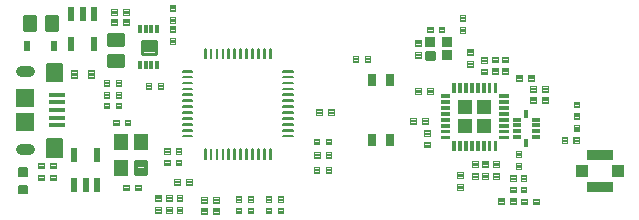
<source format=gtp>
G75*
%MOIN*%
%OFA0B0*%
%FSLAX24Y24*%
%IPPOS*%
%LPD*%
%AMOC8*
5,1,8,0,0,1.08239X$1,22.5*
%
%ADD10C,0.0047*%
%ADD11R,0.0374X0.0335*%
%ADD12C,0.0100*%
%ADD13C,0.0022*%
%ADD14R,0.0512X0.0512*%
%ADD15C,0.0074*%
%ADD16R,0.0470X0.0550*%
%ADD17C,0.0141*%
%ADD18R,0.0217X0.0472*%
%ADD19R,0.0248X0.0327*%
%ADD20C,0.0091*%
%ADD21R,0.0315X0.0118*%
%ADD22R,0.0118X0.0315*%
%ADD23C,0.0063*%
%ADD24R,0.0866X0.0335*%
%ADD25R,0.0413X0.0394*%
%ADD26R,0.0276X0.0394*%
%ADD27C,0.0107*%
%ADD28R,0.0118X0.0295*%
%ADD29R,0.0531X0.0157*%
%ADD30R,0.0610X0.0591*%
%ADD31C,0.0354*%
%ADD32C,0.0055*%
D10*
X009974Y005672D02*
X010164Y005672D01*
X009974Y005672D02*
X009974Y005862D01*
X010164Y005862D01*
X010164Y005672D01*
X010164Y005718D02*
X009974Y005718D01*
X009974Y005764D02*
X010164Y005764D01*
X010164Y005810D02*
X009974Y005810D01*
X009974Y005856D02*
X010164Y005856D01*
X010368Y005672D02*
X010558Y005672D01*
X010368Y005672D02*
X010368Y005862D01*
X010558Y005862D01*
X010558Y005672D01*
X010558Y005718D02*
X010368Y005718D01*
X010368Y005764D02*
X010558Y005764D01*
X010558Y005810D02*
X010368Y005810D01*
X010368Y005856D02*
X010558Y005856D01*
X010555Y006261D02*
X010365Y006261D01*
X010555Y006261D02*
X010555Y006071D01*
X010365Y006071D01*
X010365Y006261D01*
X010365Y006117D02*
X010555Y006117D01*
X010555Y006163D02*
X010365Y006163D01*
X010365Y006209D02*
X010555Y006209D01*
X010555Y006255D02*
X010365Y006255D01*
X010162Y006261D02*
X009972Y006261D01*
X010162Y006261D02*
X010162Y006071D01*
X009972Y006071D01*
X009972Y006261D01*
X009972Y006117D02*
X010162Y006117D01*
X010162Y006163D02*
X009972Y006163D01*
X009972Y006209D02*
X010162Y006209D01*
X010162Y006255D02*
X009972Y006255D01*
X012457Y007506D02*
X012647Y007506D01*
X012457Y007506D02*
X012457Y007696D01*
X012647Y007696D01*
X012647Y007506D01*
X012647Y007552D02*
X012457Y007552D01*
X012457Y007598D02*
X012647Y007598D01*
X012647Y007644D02*
X012457Y007644D01*
X012457Y007690D02*
X012647Y007690D01*
X012850Y007506D02*
X013040Y007506D01*
X012850Y007506D02*
X012850Y007696D01*
X013040Y007696D01*
X013040Y007506D01*
X013040Y007552D02*
X012850Y007552D01*
X012850Y007598D02*
X013040Y007598D01*
X013040Y007644D02*
X012850Y007644D01*
X012850Y007690D02*
X013040Y007690D01*
X012737Y008070D02*
X012547Y008070D01*
X012547Y008260D01*
X012737Y008260D01*
X012737Y008070D01*
X012737Y008116D02*
X012547Y008116D01*
X012547Y008162D02*
X012737Y008162D01*
X012737Y008208D02*
X012547Y008208D01*
X012547Y008254D02*
X012737Y008254D01*
X012737Y008420D02*
X012547Y008420D01*
X012547Y008610D01*
X012737Y008610D01*
X012737Y008420D01*
X012737Y008466D02*
X012547Y008466D01*
X012547Y008512D02*
X012737Y008512D01*
X012737Y008558D02*
X012547Y008558D01*
X012547Y008604D02*
X012737Y008604D01*
X012343Y008420D02*
X012153Y008420D01*
X012153Y008610D01*
X012343Y008610D01*
X012343Y008420D01*
X012343Y008466D02*
X012153Y008466D01*
X012153Y008512D02*
X012343Y008512D01*
X012343Y008558D02*
X012153Y008558D01*
X012153Y008604D02*
X012343Y008604D01*
X012343Y008070D02*
X012153Y008070D01*
X012153Y008260D01*
X012343Y008260D01*
X012343Y008070D01*
X012343Y008116D02*
X012153Y008116D01*
X012153Y008162D02*
X012343Y008162D01*
X012343Y008208D02*
X012153Y008208D01*
X012153Y008254D02*
X012343Y008254D01*
X013553Y008910D02*
X013743Y008910D01*
X013743Y008720D01*
X013553Y008720D01*
X013553Y008910D01*
X013553Y008766D02*
X013743Y008766D01*
X013743Y008812D02*
X013553Y008812D01*
X013553Y008858D02*
X013743Y008858D01*
X013743Y008904D02*
X013553Y008904D01*
X013947Y008910D02*
X014137Y008910D01*
X014137Y008720D01*
X013947Y008720D01*
X013947Y008910D01*
X013947Y008766D02*
X014137Y008766D01*
X014137Y008812D02*
X013947Y008812D01*
X013947Y008858D02*
X014137Y008858D01*
X014137Y008904D02*
X013947Y008904D01*
X012737Y009010D02*
X012547Y009010D01*
X012737Y009010D02*
X012737Y008820D01*
X012547Y008820D01*
X012547Y009010D01*
X012547Y008866D02*
X012737Y008866D01*
X012737Y008912D02*
X012547Y008912D01*
X012547Y008958D02*
X012737Y008958D01*
X012737Y009004D02*
X012547Y009004D01*
X012343Y009010D02*
X012153Y009010D01*
X012343Y009010D02*
X012343Y008820D01*
X012153Y008820D01*
X012153Y009010D01*
X012153Y008866D02*
X012343Y008866D01*
X012343Y008912D02*
X012153Y008912D01*
X012153Y008958D02*
X012343Y008958D01*
X012343Y009004D02*
X012153Y009004D01*
X011831Y009349D02*
X011641Y009349D01*
X011831Y009349D02*
X011831Y009081D01*
X011641Y009081D01*
X011641Y009349D01*
X011641Y009127D02*
X011831Y009127D01*
X011831Y009173D02*
X011641Y009173D01*
X011641Y009219D02*
X011831Y009219D01*
X011831Y009265D02*
X011641Y009265D01*
X011641Y009311D02*
X011831Y009311D01*
X011248Y009349D02*
X011058Y009349D01*
X011248Y009349D02*
X011248Y009081D01*
X011058Y009081D01*
X011058Y009349D01*
X011058Y009127D02*
X011248Y009127D01*
X011248Y009173D02*
X011058Y009173D01*
X011058Y009219D02*
X011248Y009219D01*
X011248Y009265D02*
X011058Y009265D01*
X011058Y009311D02*
X011248Y009311D01*
X014350Y010223D02*
X014350Y010413D01*
X014540Y010413D01*
X014540Y010223D01*
X014350Y010223D01*
X014350Y010269D02*
X014540Y010269D01*
X014540Y010315D02*
X014350Y010315D01*
X014350Y010361D02*
X014540Y010361D01*
X014540Y010407D02*
X014350Y010407D01*
X014350Y010617D02*
X014350Y010807D01*
X014540Y010807D01*
X014540Y010617D01*
X014350Y010617D01*
X014350Y010663D02*
X014540Y010663D01*
X014540Y010709D02*
X014350Y010709D01*
X014350Y010755D02*
X014540Y010755D01*
X014540Y010801D02*
X014350Y010801D01*
X014350Y010923D02*
X014350Y011113D01*
X014540Y011113D01*
X014540Y010923D01*
X014350Y010923D01*
X014350Y010969D02*
X014540Y010969D01*
X014540Y011015D02*
X014350Y011015D01*
X014350Y011061D02*
X014540Y011061D01*
X014540Y011107D02*
X014350Y011107D01*
X014350Y011317D02*
X014350Y011507D01*
X014540Y011507D01*
X014540Y011317D01*
X014350Y011317D01*
X014350Y011363D02*
X014540Y011363D01*
X014540Y011409D02*
X014350Y011409D01*
X014350Y011455D02*
X014540Y011455D01*
X014540Y011501D02*
X014350Y011501D01*
X012977Y011193D02*
X012787Y011193D01*
X012787Y011383D01*
X012977Y011383D01*
X012977Y011193D01*
X012977Y011239D02*
X012787Y011239D01*
X012787Y011285D02*
X012977Y011285D01*
X012977Y011331D02*
X012787Y011331D01*
X012787Y011377D02*
X012977Y011377D01*
X012583Y011193D02*
X012393Y011193D01*
X012393Y011383D01*
X012583Y011383D01*
X012583Y011193D01*
X012583Y011239D02*
X012393Y011239D01*
X012393Y011285D02*
X012583Y011285D01*
X012583Y011331D02*
X012393Y011331D01*
X012393Y011377D02*
X012583Y011377D01*
X012583Y010845D02*
X012393Y010845D01*
X012393Y011035D01*
X012583Y011035D01*
X012583Y010845D01*
X012583Y010891D02*
X012393Y010891D01*
X012393Y010937D02*
X012583Y010937D01*
X012583Y010983D02*
X012393Y010983D01*
X012393Y011029D02*
X012583Y011029D01*
X012787Y010845D02*
X012977Y010845D01*
X012787Y010845D02*
X012787Y011035D01*
X012977Y011035D01*
X012977Y010845D01*
X012977Y010891D02*
X012787Y010891D01*
X012787Y010937D02*
X012977Y010937D01*
X012977Y010983D02*
X012787Y010983D01*
X012787Y011029D02*
X012977Y011029D01*
X019234Y007867D02*
X019424Y007867D01*
X019234Y007867D02*
X019234Y008057D01*
X019424Y008057D01*
X019424Y007867D01*
X019424Y007913D02*
X019234Y007913D01*
X019234Y007959D02*
X019424Y007959D01*
X019424Y008005D02*
X019234Y008005D01*
X019234Y008051D02*
X019424Y008051D01*
X019628Y007867D02*
X019818Y007867D01*
X019628Y007867D02*
X019628Y008057D01*
X019818Y008057D01*
X019818Y007867D01*
X019818Y007913D02*
X019628Y007913D01*
X019628Y007959D02*
X019818Y007959D01*
X019818Y008005D02*
X019628Y008005D01*
X019628Y008051D02*
X019818Y008051D01*
X019737Y007060D02*
X019547Y007060D01*
X019737Y007060D02*
X019737Y006870D01*
X019547Y006870D01*
X019547Y007060D01*
X019547Y006916D02*
X019737Y006916D01*
X019737Y006962D02*
X019547Y006962D01*
X019547Y007008D02*
X019737Y007008D01*
X019737Y007054D02*
X019547Y007054D01*
X019343Y007060D02*
X019153Y007060D01*
X019343Y007060D02*
X019343Y006870D01*
X019153Y006870D01*
X019153Y007060D01*
X019153Y006916D02*
X019343Y006916D01*
X019343Y006962D02*
X019153Y006962D01*
X019153Y007008D02*
X019343Y007008D01*
X019343Y007054D02*
X019153Y007054D01*
X019154Y006609D02*
X019344Y006609D01*
X019344Y006419D01*
X019154Y006419D01*
X019154Y006609D01*
X019154Y006465D02*
X019344Y006465D01*
X019344Y006511D02*
X019154Y006511D01*
X019154Y006557D02*
X019344Y006557D01*
X019344Y006603D02*
X019154Y006603D01*
X019548Y006609D02*
X019738Y006609D01*
X019738Y006419D01*
X019548Y006419D01*
X019548Y006609D01*
X019548Y006465D02*
X019738Y006465D01*
X019738Y006511D02*
X019548Y006511D01*
X019548Y006557D02*
X019738Y006557D01*
X019738Y006603D02*
X019548Y006603D01*
X019547Y006110D02*
X019737Y006110D01*
X019737Y005920D01*
X019547Y005920D01*
X019547Y006110D01*
X019547Y005966D02*
X019737Y005966D01*
X019737Y006012D02*
X019547Y006012D01*
X019547Y006058D02*
X019737Y006058D01*
X019737Y006104D02*
X019547Y006104D01*
X019343Y006110D02*
X019153Y006110D01*
X019343Y006110D02*
X019343Y005920D01*
X019153Y005920D01*
X019153Y006110D01*
X019153Y005966D02*
X019343Y005966D01*
X019343Y006012D02*
X019153Y006012D01*
X019153Y006058D02*
X019343Y006058D01*
X019343Y006104D02*
X019153Y006104D01*
X017950Y005157D02*
X017950Y004967D01*
X017950Y005157D02*
X018140Y005157D01*
X018140Y004967D01*
X017950Y004967D01*
X017950Y005013D02*
X018140Y005013D01*
X018140Y005059D02*
X017950Y005059D01*
X017950Y005105D02*
X018140Y005105D01*
X018140Y005151D02*
X017950Y005151D01*
X017550Y005157D02*
X017550Y004967D01*
X017550Y005157D02*
X017740Y005157D01*
X017740Y004967D01*
X017550Y004967D01*
X017550Y005013D02*
X017740Y005013D01*
X017740Y005059D02*
X017550Y005059D01*
X017550Y005105D02*
X017740Y005105D01*
X017740Y005151D02*
X017550Y005151D01*
X017140Y005157D02*
X017140Y004967D01*
X016950Y004967D01*
X016950Y005157D01*
X017140Y005157D01*
X017140Y005013D02*
X016950Y005013D01*
X016950Y005059D02*
X017140Y005059D01*
X017140Y005105D02*
X016950Y005105D01*
X016950Y005151D02*
X017140Y005151D01*
X016550Y005157D02*
X016550Y004967D01*
X016550Y005157D02*
X016740Y005157D01*
X016740Y004967D01*
X016550Y004967D01*
X016550Y005013D02*
X016740Y005013D01*
X016740Y005059D02*
X016550Y005059D01*
X016550Y005105D02*
X016740Y005105D01*
X016740Y005151D02*
X016550Y005151D01*
X016550Y004763D02*
X016550Y004573D01*
X016550Y004763D02*
X016740Y004763D01*
X016740Y004573D01*
X016550Y004573D01*
X016550Y004619D02*
X016740Y004619D01*
X016740Y004665D02*
X016550Y004665D01*
X016550Y004711D02*
X016740Y004711D01*
X016740Y004757D02*
X016550Y004757D01*
X017140Y004763D02*
X017140Y004573D01*
X016950Y004573D01*
X016950Y004763D01*
X017140Y004763D01*
X017140Y004619D02*
X016950Y004619D01*
X016950Y004665D02*
X017140Y004665D01*
X017140Y004711D02*
X016950Y004711D01*
X016950Y004757D02*
X017140Y004757D01*
X017550Y004763D02*
X017550Y004573D01*
X017550Y004763D02*
X017740Y004763D01*
X017740Y004573D01*
X017550Y004573D01*
X017550Y004619D02*
X017740Y004619D01*
X017740Y004665D02*
X017550Y004665D01*
X017550Y004711D02*
X017740Y004711D01*
X017740Y004757D02*
X017550Y004757D01*
X017950Y004763D02*
X017950Y004573D01*
X017950Y004763D02*
X018140Y004763D01*
X018140Y004573D01*
X017950Y004573D01*
X017950Y004619D02*
X018140Y004619D01*
X018140Y004665D02*
X017950Y004665D01*
X017950Y004711D02*
X018140Y004711D01*
X018140Y004757D02*
X017950Y004757D01*
X015987Y004740D02*
X015797Y004740D01*
X015987Y004740D02*
X015987Y004550D01*
X015797Y004550D01*
X015797Y004740D01*
X015797Y004596D02*
X015987Y004596D01*
X015987Y004642D02*
X015797Y004642D01*
X015797Y004688D02*
X015987Y004688D01*
X015987Y004734D02*
X015797Y004734D01*
X015797Y004920D02*
X015987Y004920D01*
X015797Y004920D02*
X015797Y005110D01*
X015987Y005110D01*
X015987Y004920D01*
X015987Y004966D02*
X015797Y004966D01*
X015797Y005012D02*
X015987Y005012D01*
X015987Y005058D02*
X015797Y005058D01*
X015797Y005104D02*
X015987Y005104D01*
X015593Y004920D02*
X015403Y004920D01*
X015403Y005110D01*
X015593Y005110D01*
X015593Y004920D01*
X015593Y004966D02*
X015403Y004966D01*
X015403Y005012D02*
X015593Y005012D01*
X015593Y005058D02*
X015403Y005058D01*
X015403Y005104D02*
X015593Y005104D01*
X015593Y004740D02*
X015403Y004740D01*
X015593Y004740D02*
X015593Y004550D01*
X015403Y004550D01*
X015403Y004740D01*
X015403Y004596D02*
X015593Y004596D01*
X015593Y004642D02*
X015403Y004642D01*
X015403Y004688D02*
X015593Y004688D01*
X015593Y004734D02*
X015403Y004734D01*
X014771Y004783D02*
X014771Y004593D01*
X014581Y004593D01*
X014581Y004783D01*
X014771Y004783D01*
X014771Y004639D02*
X014581Y004639D01*
X014581Y004685D02*
X014771Y004685D01*
X014771Y004731D02*
X014581Y004731D01*
X014581Y004777D02*
X014771Y004777D01*
X014771Y004987D02*
X014771Y005177D01*
X014771Y004987D02*
X014581Y004987D01*
X014581Y005177D01*
X014771Y005177D01*
X014771Y005033D02*
X014581Y005033D01*
X014581Y005079D02*
X014771Y005079D01*
X014771Y005125D02*
X014581Y005125D01*
X014581Y005171D02*
X014771Y005171D01*
X014225Y005174D02*
X014225Y004984D01*
X014225Y005174D02*
X014415Y005174D01*
X014415Y004984D01*
X014225Y004984D01*
X014225Y005030D02*
X014415Y005030D01*
X014415Y005076D02*
X014225Y005076D01*
X014225Y005122D02*
X014415Y005122D01*
X014415Y005168D02*
X014225Y005168D01*
X013859Y005171D02*
X013859Y004981D01*
X013859Y005171D02*
X014049Y005171D01*
X014049Y004981D01*
X013859Y004981D01*
X013859Y005027D02*
X014049Y005027D01*
X014049Y005073D02*
X013859Y005073D01*
X013859Y005119D02*
X014049Y005119D01*
X014049Y005165D02*
X013859Y005165D01*
X014225Y004780D02*
X014225Y004590D01*
X014225Y004780D02*
X014415Y004780D01*
X014415Y004590D01*
X014225Y004590D01*
X014225Y004636D02*
X014415Y004636D01*
X014415Y004682D02*
X014225Y004682D01*
X014225Y004728D02*
X014415Y004728D01*
X014415Y004774D02*
X014225Y004774D01*
X013859Y004777D02*
X013859Y004587D01*
X013859Y004777D02*
X014049Y004777D01*
X014049Y004587D01*
X013859Y004587D01*
X013859Y004633D02*
X014049Y004633D01*
X014049Y004679D02*
X013859Y004679D01*
X013859Y004725D02*
X014049Y004725D01*
X014049Y004771D02*
X013859Y004771D01*
X013386Y005337D02*
X013196Y005337D01*
X013196Y005527D01*
X013386Y005527D01*
X013386Y005337D01*
X013386Y005383D02*
X013196Y005383D01*
X013196Y005429D02*
X013386Y005429D01*
X013386Y005475D02*
X013196Y005475D01*
X013196Y005521D02*
X013386Y005521D01*
X012992Y005337D02*
X012802Y005337D01*
X012802Y005527D01*
X012992Y005527D01*
X012992Y005337D01*
X012992Y005383D02*
X012802Y005383D01*
X012802Y005429D02*
X012992Y005429D01*
X012992Y005475D02*
X012802Y005475D01*
X012802Y005521D02*
X012992Y005521D01*
X014157Y006173D02*
X014157Y006363D01*
X014347Y006363D01*
X014347Y006173D01*
X014157Y006173D01*
X014157Y006219D02*
X014347Y006219D01*
X014347Y006265D02*
X014157Y006265D01*
X014157Y006311D02*
X014347Y006311D01*
X014347Y006357D02*
X014157Y006357D01*
X014550Y006363D02*
X014550Y006173D01*
X014550Y006363D02*
X014740Y006363D01*
X014740Y006173D01*
X014550Y006173D01*
X014550Y006219D02*
X014740Y006219D01*
X014740Y006265D02*
X014550Y006265D01*
X014550Y006311D02*
X014740Y006311D01*
X014740Y006357D02*
X014550Y006357D01*
X014550Y006567D02*
X014550Y006757D01*
X014740Y006757D01*
X014740Y006567D01*
X014550Y006567D01*
X014550Y006613D02*
X014740Y006613D01*
X014740Y006659D02*
X014550Y006659D01*
X014550Y006705D02*
X014740Y006705D01*
X014740Y006751D02*
X014550Y006751D01*
X014157Y006757D02*
X014157Y006567D01*
X014157Y006757D02*
X014347Y006757D01*
X014347Y006567D01*
X014157Y006567D01*
X014157Y006613D02*
X014347Y006613D01*
X014347Y006659D02*
X014157Y006659D01*
X014157Y006705D02*
X014347Y006705D01*
X014347Y006751D02*
X014157Y006751D01*
X014503Y005520D02*
X014693Y005520D01*
X014503Y005520D02*
X014503Y005710D01*
X014693Y005710D01*
X014693Y005520D01*
X014693Y005566D02*
X014503Y005566D01*
X014503Y005612D02*
X014693Y005612D01*
X014693Y005658D02*
X014503Y005658D01*
X014503Y005704D02*
X014693Y005704D01*
X014897Y005520D02*
X015087Y005520D01*
X014897Y005520D02*
X014897Y005710D01*
X015087Y005710D01*
X015087Y005520D01*
X015087Y005566D02*
X014897Y005566D01*
X014897Y005612D02*
X015087Y005612D01*
X015087Y005658D02*
X014897Y005658D01*
X014897Y005704D02*
X015087Y005704D01*
X022364Y007741D02*
X022554Y007741D01*
X022554Y007551D01*
X022364Y007551D01*
X022364Y007741D01*
X022364Y007597D02*
X022554Y007597D01*
X022554Y007643D02*
X022364Y007643D01*
X022364Y007689D02*
X022554Y007689D01*
X022554Y007735D02*
X022364Y007735D01*
X022757Y007741D02*
X022947Y007741D01*
X022947Y007551D01*
X022757Y007551D01*
X022757Y007741D01*
X022757Y007597D02*
X022947Y007597D01*
X022947Y007643D02*
X022757Y007643D01*
X022757Y007689D02*
X022947Y007689D01*
X022947Y007735D02*
X022757Y007735D01*
X022820Y007357D02*
X022820Y007167D01*
X022820Y007357D02*
X023010Y007357D01*
X023010Y007167D01*
X022820Y007167D01*
X022820Y007213D02*
X023010Y007213D01*
X023010Y007259D02*
X022820Y007259D01*
X022820Y007305D02*
X023010Y007305D01*
X023010Y007351D02*
X022820Y007351D01*
X022820Y006963D02*
X022820Y006773D01*
X022820Y006963D02*
X023010Y006963D01*
X023010Y006773D01*
X022820Y006773D01*
X022820Y006819D02*
X023010Y006819D01*
X023010Y006865D02*
X022820Y006865D01*
X022820Y006911D02*
X023010Y006911D01*
X023010Y006957D02*
X022820Y006957D01*
X024430Y006317D02*
X024430Y006127D01*
X024430Y006317D02*
X024620Y006317D01*
X024620Y006127D01*
X024430Y006127D01*
X024430Y006173D02*
X024620Y006173D01*
X024620Y006219D02*
X024430Y006219D01*
X024430Y006265D02*
X024620Y006265D01*
X024620Y006311D02*
X024430Y006311D01*
X024960Y006307D02*
X024960Y006117D01*
X024770Y006117D01*
X024770Y006307D01*
X024960Y006307D01*
X024960Y006163D02*
X024770Y006163D01*
X024770Y006209D02*
X024960Y006209D01*
X024960Y006255D02*
X024770Y006255D01*
X024770Y006301D02*
X024960Y006301D01*
X025130Y006317D02*
X025130Y006127D01*
X025130Y006317D02*
X025320Y006317D01*
X025320Y006127D01*
X025130Y006127D01*
X025130Y006173D02*
X025320Y006173D01*
X025320Y006219D02*
X025130Y006219D01*
X025130Y006265D02*
X025320Y006265D01*
X025320Y006311D02*
X025130Y006311D01*
X025130Y005923D02*
X025130Y005733D01*
X025130Y005923D02*
X025320Y005923D01*
X025320Y005733D01*
X025130Y005733D01*
X025130Y005779D02*
X025320Y005779D01*
X025320Y005825D02*
X025130Y005825D01*
X025130Y005871D02*
X025320Y005871D01*
X025320Y005917D02*
X025130Y005917D01*
X024960Y005913D02*
X024960Y005723D01*
X024770Y005723D01*
X024770Y005913D01*
X024960Y005913D01*
X024960Y005769D02*
X024770Y005769D01*
X024770Y005815D02*
X024960Y005815D01*
X024960Y005861D02*
X024770Y005861D01*
X024770Y005907D02*
X024960Y005907D01*
X024430Y005923D02*
X024430Y005733D01*
X024430Y005923D02*
X024620Y005923D01*
X024620Y005733D01*
X024430Y005733D01*
X024430Y005779D02*
X024620Y005779D01*
X024620Y005825D02*
X024430Y005825D01*
X024430Y005871D02*
X024620Y005871D01*
X024620Y005917D02*
X024430Y005917D01*
X023920Y005947D02*
X023920Y005757D01*
X023920Y005947D02*
X024110Y005947D01*
X024110Y005757D01*
X023920Y005757D01*
X023920Y005803D02*
X024110Y005803D01*
X024110Y005849D02*
X023920Y005849D01*
X023920Y005895D02*
X024110Y005895D01*
X024110Y005941D02*
X023920Y005941D01*
X023920Y005553D02*
X023920Y005363D01*
X023920Y005553D02*
X024110Y005553D01*
X024110Y005363D01*
X023920Y005363D01*
X023920Y005409D02*
X024110Y005409D01*
X024110Y005455D02*
X023920Y005455D01*
X023920Y005501D02*
X024110Y005501D01*
X024110Y005547D02*
X023920Y005547D01*
X025293Y005070D02*
X025483Y005070D01*
X025483Y004880D01*
X025293Y004880D01*
X025293Y005070D01*
X025293Y004926D02*
X025483Y004926D01*
X025483Y004972D02*
X025293Y004972D01*
X025293Y005018D02*
X025483Y005018D01*
X025483Y005064D02*
X025293Y005064D01*
X025687Y005070D02*
X025877Y005070D01*
X025877Y004880D01*
X025687Y004880D01*
X025687Y005070D01*
X025687Y004926D02*
X025877Y004926D01*
X025877Y004972D02*
X025687Y004972D01*
X025687Y005018D02*
X025877Y005018D01*
X025877Y005064D02*
X025687Y005064D01*
X025880Y005273D02*
X025880Y005463D01*
X025880Y005273D02*
X025690Y005273D01*
X025690Y005463D01*
X025880Y005463D01*
X025880Y005319D02*
X025690Y005319D01*
X025690Y005365D02*
X025880Y005365D01*
X025880Y005411D02*
X025690Y005411D01*
X025690Y005457D02*
X025880Y005457D01*
X026050Y005463D02*
X026050Y005273D01*
X026050Y005463D02*
X026240Y005463D01*
X026240Y005273D01*
X026050Y005273D01*
X026050Y005319D02*
X026240Y005319D01*
X026240Y005365D02*
X026050Y005365D01*
X026050Y005411D02*
X026240Y005411D01*
X026240Y005457D02*
X026050Y005457D01*
X026050Y005667D02*
X026050Y005857D01*
X026240Y005857D01*
X026240Y005667D01*
X026050Y005667D01*
X026050Y005713D02*
X026240Y005713D01*
X026240Y005759D02*
X026050Y005759D01*
X026050Y005805D02*
X026240Y005805D01*
X026240Y005851D02*
X026050Y005851D01*
X025880Y005857D02*
X025880Y005667D01*
X025690Y005667D01*
X025690Y005857D01*
X025880Y005857D01*
X025880Y005713D02*
X025690Y005713D01*
X025690Y005759D02*
X025880Y005759D01*
X025880Y005805D02*
X025690Y005805D01*
X025690Y005851D02*
X025880Y005851D01*
X025880Y006063D02*
X025880Y006253D01*
X026070Y006253D01*
X026070Y006063D01*
X025880Y006063D01*
X025880Y006109D02*
X026070Y006109D01*
X026070Y006155D02*
X025880Y006155D01*
X025880Y006201D02*
X026070Y006201D01*
X026070Y006247D02*
X025880Y006247D01*
X025880Y006457D02*
X025880Y006647D01*
X026070Y006647D01*
X026070Y006457D01*
X025880Y006457D01*
X025880Y006503D02*
X026070Y006503D01*
X026070Y006549D02*
X025880Y006549D01*
X025880Y006595D02*
X026070Y006595D01*
X026070Y006641D02*
X025880Y006641D01*
X027415Y006930D02*
X027605Y006930D01*
X027415Y006930D02*
X027415Y007120D01*
X027605Y007120D01*
X027605Y006930D01*
X027605Y006976D02*
X027415Y006976D01*
X027415Y007022D02*
X027605Y007022D01*
X027605Y007068D02*
X027415Y007068D01*
X027415Y007114D02*
X027605Y007114D01*
X027809Y006930D02*
X027999Y006930D01*
X027809Y006930D02*
X027809Y007120D01*
X027999Y007120D01*
X027999Y006930D01*
X027999Y006976D02*
X027809Y006976D01*
X027809Y007022D02*
X027999Y007022D01*
X027999Y007068D02*
X027809Y007068D01*
X027809Y007114D02*
X027999Y007114D01*
X027810Y007120D02*
X027810Y006930D01*
X027810Y007120D02*
X028000Y007120D01*
X028000Y006930D01*
X027810Y006930D01*
X027810Y006976D02*
X028000Y006976D01*
X028000Y007022D02*
X027810Y007022D01*
X027810Y007068D02*
X028000Y007068D01*
X028000Y007114D02*
X027810Y007114D01*
X028000Y007318D02*
X028000Y007508D01*
X028000Y007318D02*
X027810Y007318D01*
X027810Y007508D01*
X028000Y007508D01*
X028000Y007364D02*
X027810Y007364D01*
X027810Y007410D02*
X028000Y007410D01*
X028000Y007456D02*
X027810Y007456D01*
X027810Y007502D02*
X028000Y007502D01*
X027810Y007514D02*
X027810Y007324D01*
X027810Y007514D02*
X028000Y007514D01*
X028000Y007324D01*
X027810Y007324D01*
X027810Y007370D02*
X028000Y007370D01*
X028000Y007416D02*
X027810Y007416D01*
X027810Y007462D02*
X028000Y007462D01*
X028000Y007508D02*
X027810Y007508D01*
X028000Y007711D02*
X028000Y007901D01*
X028000Y007711D02*
X027810Y007711D01*
X027810Y007901D01*
X028000Y007901D01*
X028000Y007757D02*
X027810Y007757D01*
X027810Y007803D02*
X028000Y007803D01*
X028000Y007849D02*
X027810Y007849D01*
X027810Y007895D02*
X028000Y007895D01*
X027811Y007907D02*
X027811Y007717D01*
X027811Y007907D02*
X028001Y007907D01*
X028001Y007717D01*
X027811Y007717D01*
X027811Y007763D02*
X028001Y007763D01*
X028001Y007809D02*
X027811Y007809D01*
X027811Y007855D02*
X028001Y007855D01*
X028001Y007901D02*
X027811Y007901D01*
X027811Y008111D02*
X027811Y008301D01*
X028001Y008301D01*
X028001Y008111D01*
X027811Y008111D01*
X027811Y008157D02*
X028001Y008157D01*
X028001Y008203D02*
X027811Y008203D01*
X027811Y008249D02*
X028001Y008249D01*
X028001Y008295D02*
X027811Y008295D01*
X026957Y008250D02*
X026767Y008250D01*
X026767Y008440D01*
X026957Y008440D01*
X026957Y008250D01*
X026957Y008296D02*
X026767Y008296D01*
X026767Y008342D02*
X026957Y008342D01*
X026957Y008388D02*
X026767Y008388D01*
X026767Y008434D02*
X026957Y008434D01*
X026957Y008620D02*
X026767Y008620D01*
X026767Y008810D01*
X026957Y008810D01*
X026957Y008620D01*
X026957Y008666D02*
X026767Y008666D01*
X026767Y008712D02*
X026957Y008712D01*
X026957Y008758D02*
X026767Y008758D01*
X026767Y008804D02*
X026957Y008804D01*
X026563Y008620D02*
X026373Y008620D01*
X026373Y008810D01*
X026563Y008810D01*
X026563Y008620D01*
X026563Y008666D02*
X026373Y008666D01*
X026373Y008712D02*
X026563Y008712D01*
X026563Y008758D02*
X026373Y008758D01*
X026373Y008804D02*
X026563Y008804D01*
X026477Y008980D02*
X026287Y008980D01*
X026287Y009170D01*
X026477Y009170D01*
X026477Y008980D01*
X026477Y009026D02*
X026287Y009026D01*
X026287Y009072D02*
X026477Y009072D01*
X026477Y009118D02*
X026287Y009118D01*
X026287Y009164D02*
X026477Y009164D01*
X026083Y008980D02*
X025893Y008980D01*
X025893Y009170D01*
X026083Y009170D01*
X026083Y008980D01*
X026083Y009026D02*
X025893Y009026D01*
X025893Y009072D02*
X026083Y009072D01*
X026083Y009118D02*
X025893Y009118D01*
X025893Y009164D02*
X026083Y009164D01*
X025630Y009213D02*
X025630Y009403D01*
X025630Y009213D02*
X025440Y009213D01*
X025440Y009403D01*
X025630Y009403D01*
X025630Y009259D02*
X025440Y009259D01*
X025440Y009305D02*
X025630Y009305D01*
X025630Y009351D02*
X025440Y009351D01*
X025440Y009397D02*
X025630Y009397D01*
X025630Y009607D02*
X025630Y009797D01*
X025630Y009607D02*
X025440Y009607D01*
X025440Y009797D01*
X025630Y009797D01*
X025630Y009653D02*
X025440Y009653D01*
X025440Y009699D02*
X025630Y009699D01*
X025630Y009745D02*
X025440Y009745D01*
X025440Y009791D02*
X025630Y009791D01*
X025290Y009797D02*
X025290Y009607D01*
X025100Y009607D01*
X025100Y009797D01*
X025290Y009797D01*
X025290Y009653D02*
X025100Y009653D01*
X025100Y009699D02*
X025290Y009699D01*
X025290Y009745D02*
X025100Y009745D01*
X025100Y009791D02*
X025290Y009791D01*
X024930Y009787D02*
X024930Y009597D01*
X024740Y009597D01*
X024740Y009787D01*
X024930Y009787D01*
X024930Y009643D02*
X024740Y009643D01*
X024740Y009689D02*
X024930Y009689D01*
X024930Y009735D02*
X024740Y009735D01*
X024740Y009781D02*
X024930Y009781D01*
X024450Y009847D02*
X024450Y010037D01*
X024450Y009847D02*
X024260Y009847D01*
X024260Y010037D01*
X024450Y010037D01*
X024450Y009893D02*
X024260Y009893D01*
X024260Y009939D02*
X024450Y009939D01*
X024450Y009985D02*
X024260Y009985D01*
X024260Y010031D02*
X024450Y010031D01*
X024450Y009643D02*
X024450Y009453D01*
X024260Y009453D01*
X024260Y009643D01*
X024450Y009643D01*
X024450Y009499D02*
X024260Y009499D01*
X024260Y009545D02*
X024450Y009545D01*
X024450Y009591D02*
X024260Y009591D01*
X024260Y009637D02*
X024450Y009637D01*
X024930Y009393D02*
X024930Y009203D01*
X024740Y009203D01*
X024740Y009393D01*
X024930Y009393D01*
X024930Y009249D02*
X024740Y009249D01*
X024740Y009295D02*
X024930Y009295D01*
X024930Y009341D02*
X024740Y009341D01*
X024740Y009387D02*
X024930Y009387D01*
X025290Y009403D02*
X025290Y009213D01*
X025100Y009213D01*
X025100Y009403D01*
X025290Y009403D01*
X025290Y009259D02*
X025100Y009259D01*
X025100Y009305D02*
X025290Y009305D01*
X025290Y009351D02*
X025100Y009351D01*
X025100Y009397D02*
X025290Y009397D01*
X023127Y008750D02*
X022937Y008750D01*
X023127Y008750D02*
X023127Y008560D01*
X022937Y008560D01*
X022937Y008750D01*
X022937Y008606D02*
X023127Y008606D01*
X023127Y008652D02*
X022937Y008652D01*
X022937Y008698D02*
X023127Y008698D01*
X023127Y008744D02*
X022937Y008744D01*
X022733Y008750D02*
X022543Y008750D01*
X022733Y008750D02*
X022733Y008560D01*
X022543Y008560D01*
X022543Y008750D01*
X022543Y008606D02*
X022733Y008606D01*
X022733Y008652D02*
X022543Y008652D01*
X022543Y008698D02*
X022733Y008698D01*
X022733Y008744D02*
X022543Y008744D01*
X022720Y009753D02*
X022720Y009943D01*
X022720Y009753D02*
X022530Y009753D01*
X022530Y009943D01*
X022720Y009943D01*
X022720Y009799D02*
X022530Y009799D01*
X022530Y009845D02*
X022720Y009845D01*
X022720Y009891D02*
X022530Y009891D01*
X022530Y009937D02*
X022720Y009937D01*
X022720Y010147D02*
X022720Y010337D01*
X022720Y010147D02*
X022530Y010147D01*
X022530Y010337D01*
X022720Y010337D01*
X022720Y010193D02*
X022530Y010193D01*
X022530Y010239D02*
X022720Y010239D01*
X022720Y010285D02*
X022530Y010285D01*
X022530Y010331D02*
X022720Y010331D01*
X022923Y010800D02*
X023113Y010800D01*
X023113Y010610D01*
X022923Y010610D01*
X022923Y010800D01*
X022923Y010656D02*
X023113Y010656D01*
X023113Y010702D02*
X022923Y010702D01*
X022923Y010748D02*
X023113Y010748D01*
X023113Y010794D02*
X022923Y010794D01*
X023317Y010800D02*
X023507Y010800D01*
X023507Y010610D01*
X023317Y010610D01*
X023317Y010800D01*
X023317Y010656D02*
X023507Y010656D01*
X023507Y010702D02*
X023317Y010702D01*
X023317Y010748D02*
X023507Y010748D01*
X023507Y010794D02*
X023317Y010794D01*
X024200Y010783D02*
X024200Y010593D01*
X024010Y010593D01*
X024010Y010783D01*
X024200Y010783D01*
X024200Y010639D02*
X024010Y010639D01*
X024010Y010685D02*
X024200Y010685D01*
X024200Y010731D02*
X024010Y010731D01*
X024010Y010777D02*
X024200Y010777D01*
X024200Y010987D02*
X024200Y011177D01*
X024200Y010987D02*
X024010Y010987D01*
X024010Y011177D01*
X024200Y011177D01*
X024200Y011033D02*
X024010Y011033D01*
X024010Y011079D02*
X024200Y011079D01*
X024200Y011125D02*
X024010Y011125D01*
X024010Y011171D02*
X024200Y011171D01*
X021037Y009810D02*
X020847Y009810D01*
X021037Y009810D02*
X021037Y009620D01*
X020847Y009620D01*
X020847Y009810D01*
X020847Y009666D02*
X021037Y009666D01*
X021037Y009712D02*
X020847Y009712D01*
X020847Y009758D02*
X021037Y009758D01*
X021037Y009804D02*
X020847Y009804D01*
X020643Y009810D02*
X020453Y009810D01*
X020643Y009810D02*
X020643Y009620D01*
X020453Y009620D01*
X020453Y009810D01*
X020453Y009666D02*
X020643Y009666D01*
X020643Y009712D02*
X020453Y009712D01*
X020453Y009758D02*
X020643Y009758D01*
X020643Y009804D02*
X020453Y009804D01*
X026373Y008250D02*
X026563Y008250D01*
X026373Y008250D02*
X026373Y008440D01*
X026563Y008440D01*
X026563Y008250D01*
X026563Y008296D02*
X026373Y008296D01*
X026373Y008342D02*
X026563Y008342D01*
X026563Y008388D02*
X026373Y008388D01*
X026373Y008434D02*
X026563Y008434D01*
X026647Y004870D02*
X026457Y004870D01*
X026457Y005060D01*
X026647Y005060D01*
X026647Y004870D01*
X026647Y004916D02*
X026457Y004916D01*
X026457Y004962D02*
X026647Y004962D01*
X026647Y005008D02*
X026457Y005008D01*
X026457Y005054D02*
X026647Y005054D01*
X026253Y004870D02*
X026063Y004870D01*
X026063Y005060D01*
X026253Y005060D01*
X026253Y004870D01*
X026253Y004916D02*
X026063Y004916D01*
X026063Y004962D02*
X026253Y004962D01*
X026253Y005008D02*
X026063Y005008D01*
X026063Y005054D02*
X026253Y005054D01*
D11*
X023600Y009839D03*
X023600Y010291D03*
X023029Y010291D03*
D12*
X023166Y009722D02*
X022892Y009722D01*
X022892Y009956D01*
X023166Y009956D01*
X023166Y009722D01*
X023166Y009821D02*
X022892Y009821D01*
X022892Y009920D02*
X023166Y009920D01*
D13*
X023771Y008925D02*
X023771Y008633D01*
X023771Y008925D02*
X023861Y008925D01*
X023861Y008633D01*
X023771Y008633D01*
X023771Y008654D02*
X023861Y008654D01*
X023861Y008675D02*
X023771Y008675D01*
X023771Y008696D02*
X023861Y008696D01*
X023861Y008717D02*
X023771Y008717D01*
X023771Y008738D02*
X023861Y008738D01*
X023861Y008759D02*
X023771Y008759D01*
X023771Y008780D02*
X023861Y008780D01*
X023861Y008801D02*
X023771Y008801D01*
X023771Y008822D02*
X023861Y008822D01*
X023861Y008843D02*
X023771Y008843D01*
X023771Y008864D02*
X023861Y008864D01*
X023861Y008885D02*
X023771Y008885D01*
X023771Y008906D02*
X023861Y008906D01*
X023968Y008925D02*
X023968Y008633D01*
X023968Y008925D02*
X024058Y008925D01*
X024058Y008633D01*
X023968Y008633D01*
X023968Y008654D02*
X024058Y008654D01*
X024058Y008675D02*
X023968Y008675D01*
X023968Y008696D02*
X024058Y008696D01*
X024058Y008717D02*
X023968Y008717D01*
X023968Y008738D02*
X024058Y008738D01*
X024058Y008759D02*
X023968Y008759D01*
X023968Y008780D02*
X024058Y008780D01*
X024058Y008801D02*
X023968Y008801D01*
X023968Y008822D02*
X024058Y008822D01*
X024058Y008843D02*
X023968Y008843D01*
X023968Y008864D02*
X024058Y008864D01*
X024058Y008885D02*
X023968Y008885D01*
X023968Y008906D02*
X024058Y008906D01*
X024165Y008925D02*
X024165Y008633D01*
X024165Y008925D02*
X024255Y008925D01*
X024255Y008633D01*
X024165Y008633D01*
X024165Y008654D02*
X024255Y008654D01*
X024255Y008675D02*
X024165Y008675D01*
X024165Y008696D02*
X024255Y008696D01*
X024255Y008717D02*
X024165Y008717D01*
X024165Y008738D02*
X024255Y008738D01*
X024255Y008759D02*
X024165Y008759D01*
X024165Y008780D02*
X024255Y008780D01*
X024255Y008801D02*
X024165Y008801D01*
X024165Y008822D02*
X024255Y008822D01*
X024255Y008843D02*
X024165Y008843D01*
X024165Y008864D02*
X024255Y008864D01*
X024255Y008885D02*
X024165Y008885D01*
X024165Y008906D02*
X024255Y008906D01*
X024361Y008925D02*
X024361Y008633D01*
X024361Y008925D02*
X024451Y008925D01*
X024451Y008633D01*
X024361Y008633D01*
X024361Y008654D02*
X024451Y008654D01*
X024451Y008675D02*
X024361Y008675D01*
X024361Y008696D02*
X024451Y008696D01*
X024451Y008717D02*
X024361Y008717D01*
X024361Y008738D02*
X024451Y008738D01*
X024451Y008759D02*
X024361Y008759D01*
X024361Y008780D02*
X024451Y008780D01*
X024451Y008801D02*
X024361Y008801D01*
X024361Y008822D02*
X024451Y008822D01*
X024451Y008843D02*
X024361Y008843D01*
X024361Y008864D02*
X024451Y008864D01*
X024451Y008885D02*
X024361Y008885D01*
X024361Y008906D02*
X024451Y008906D01*
X024558Y008925D02*
X024558Y008633D01*
X024558Y008925D02*
X024648Y008925D01*
X024648Y008633D01*
X024558Y008633D01*
X024558Y008654D02*
X024648Y008654D01*
X024648Y008675D02*
X024558Y008675D01*
X024558Y008696D02*
X024648Y008696D01*
X024648Y008717D02*
X024558Y008717D01*
X024558Y008738D02*
X024648Y008738D01*
X024648Y008759D02*
X024558Y008759D01*
X024558Y008780D02*
X024648Y008780D01*
X024648Y008801D02*
X024558Y008801D01*
X024558Y008822D02*
X024648Y008822D01*
X024648Y008843D02*
X024558Y008843D01*
X024558Y008864D02*
X024648Y008864D01*
X024648Y008885D02*
X024558Y008885D01*
X024558Y008906D02*
X024648Y008906D01*
X024755Y008925D02*
X024755Y008633D01*
X024755Y008925D02*
X024845Y008925D01*
X024845Y008633D01*
X024755Y008633D01*
X024755Y008654D02*
X024845Y008654D01*
X024845Y008675D02*
X024755Y008675D01*
X024755Y008696D02*
X024845Y008696D01*
X024845Y008717D02*
X024755Y008717D01*
X024755Y008738D02*
X024845Y008738D01*
X024845Y008759D02*
X024755Y008759D01*
X024755Y008780D02*
X024845Y008780D01*
X024845Y008801D02*
X024755Y008801D01*
X024755Y008822D02*
X024845Y008822D01*
X024845Y008843D02*
X024755Y008843D01*
X024755Y008864D02*
X024845Y008864D01*
X024845Y008885D02*
X024755Y008885D01*
X024755Y008906D02*
X024845Y008906D01*
X024952Y008925D02*
X024952Y008633D01*
X024952Y008925D02*
X025042Y008925D01*
X025042Y008633D01*
X024952Y008633D01*
X024952Y008654D02*
X025042Y008654D01*
X025042Y008675D02*
X024952Y008675D01*
X024952Y008696D02*
X025042Y008696D01*
X025042Y008717D02*
X024952Y008717D01*
X024952Y008738D02*
X025042Y008738D01*
X025042Y008759D02*
X024952Y008759D01*
X024952Y008780D02*
X025042Y008780D01*
X025042Y008801D02*
X024952Y008801D01*
X024952Y008822D02*
X025042Y008822D01*
X025042Y008843D02*
X024952Y008843D01*
X024952Y008864D02*
X025042Y008864D01*
X025042Y008885D02*
X024952Y008885D01*
X024952Y008906D02*
X025042Y008906D01*
X025149Y008925D02*
X025149Y008633D01*
X025149Y008925D02*
X025239Y008925D01*
X025239Y008633D01*
X025149Y008633D01*
X025149Y008654D02*
X025239Y008654D01*
X025239Y008675D02*
X025149Y008675D01*
X025149Y008696D02*
X025239Y008696D01*
X025239Y008717D02*
X025149Y008717D01*
X025149Y008738D02*
X025239Y008738D01*
X025239Y008759D02*
X025149Y008759D01*
X025149Y008780D02*
X025239Y008780D01*
X025239Y008801D02*
X025149Y008801D01*
X025149Y008822D02*
X025239Y008822D01*
X025239Y008843D02*
X025149Y008843D01*
X025149Y008864D02*
X025239Y008864D01*
X025239Y008885D02*
X025149Y008885D01*
X025149Y008906D02*
X025239Y008906D01*
X025333Y008539D02*
X025625Y008539D01*
X025625Y008449D01*
X025333Y008449D01*
X025333Y008539D01*
X025333Y008470D02*
X025625Y008470D01*
X025625Y008491D02*
X025333Y008491D01*
X025333Y008512D02*
X025625Y008512D01*
X025625Y008533D02*
X025333Y008533D01*
X025333Y008342D02*
X025625Y008342D01*
X025625Y008252D01*
X025333Y008252D01*
X025333Y008342D01*
X025333Y008273D02*
X025625Y008273D01*
X025625Y008294D02*
X025333Y008294D01*
X025333Y008315D02*
X025625Y008315D01*
X025625Y008336D02*
X025333Y008336D01*
X025333Y008145D02*
X025625Y008145D01*
X025625Y008055D01*
X025333Y008055D01*
X025333Y008145D01*
X025333Y008076D02*
X025625Y008076D01*
X025625Y008097D02*
X025333Y008097D01*
X025333Y008118D02*
X025625Y008118D01*
X025625Y008139D02*
X025333Y008139D01*
X025333Y007948D02*
X025625Y007948D01*
X025625Y007858D01*
X025333Y007858D01*
X025333Y007948D01*
X025333Y007879D02*
X025625Y007879D01*
X025625Y007900D02*
X025333Y007900D01*
X025333Y007921D02*
X025625Y007921D01*
X025625Y007942D02*
X025333Y007942D01*
X025333Y007752D02*
X025625Y007752D01*
X025625Y007662D01*
X025333Y007662D01*
X025333Y007752D01*
X025333Y007683D02*
X025625Y007683D01*
X025625Y007704D02*
X025333Y007704D01*
X025333Y007725D02*
X025625Y007725D01*
X025625Y007746D02*
X025333Y007746D01*
X025333Y007555D02*
X025625Y007555D01*
X025625Y007465D01*
X025333Y007465D01*
X025333Y007555D01*
X025333Y007486D02*
X025625Y007486D01*
X025625Y007507D02*
X025333Y007507D01*
X025333Y007528D02*
X025625Y007528D01*
X025625Y007549D02*
X025333Y007549D01*
X025333Y007358D02*
X025625Y007358D01*
X025625Y007268D01*
X025333Y007268D01*
X025333Y007358D01*
X025333Y007289D02*
X025625Y007289D01*
X025625Y007310D02*
X025333Y007310D01*
X025333Y007331D02*
X025625Y007331D01*
X025625Y007352D02*
X025333Y007352D01*
X025333Y007161D02*
X025625Y007161D01*
X025625Y007071D01*
X025333Y007071D01*
X025333Y007161D01*
X025333Y007092D02*
X025625Y007092D01*
X025625Y007113D02*
X025333Y007113D01*
X025333Y007134D02*
X025625Y007134D01*
X025625Y007155D02*
X025333Y007155D01*
X025239Y006977D02*
X025239Y006685D01*
X025149Y006685D01*
X025149Y006977D01*
X025239Y006977D01*
X025239Y006706D02*
X025149Y006706D01*
X025149Y006727D02*
X025239Y006727D01*
X025239Y006748D02*
X025149Y006748D01*
X025149Y006769D02*
X025239Y006769D01*
X025239Y006790D02*
X025149Y006790D01*
X025149Y006811D02*
X025239Y006811D01*
X025239Y006832D02*
X025149Y006832D01*
X025149Y006853D02*
X025239Y006853D01*
X025239Y006874D02*
X025149Y006874D01*
X025149Y006895D02*
X025239Y006895D01*
X025239Y006916D02*
X025149Y006916D01*
X025149Y006937D02*
X025239Y006937D01*
X025239Y006958D02*
X025149Y006958D01*
X025042Y006977D02*
X025042Y006685D01*
X024952Y006685D01*
X024952Y006977D01*
X025042Y006977D01*
X025042Y006706D02*
X024952Y006706D01*
X024952Y006727D02*
X025042Y006727D01*
X025042Y006748D02*
X024952Y006748D01*
X024952Y006769D02*
X025042Y006769D01*
X025042Y006790D02*
X024952Y006790D01*
X024952Y006811D02*
X025042Y006811D01*
X025042Y006832D02*
X024952Y006832D01*
X024952Y006853D02*
X025042Y006853D01*
X025042Y006874D02*
X024952Y006874D01*
X024952Y006895D02*
X025042Y006895D01*
X025042Y006916D02*
X024952Y006916D01*
X024952Y006937D02*
X025042Y006937D01*
X025042Y006958D02*
X024952Y006958D01*
X024845Y006977D02*
X024845Y006685D01*
X024755Y006685D01*
X024755Y006977D01*
X024845Y006977D01*
X024845Y006706D02*
X024755Y006706D01*
X024755Y006727D02*
X024845Y006727D01*
X024845Y006748D02*
X024755Y006748D01*
X024755Y006769D02*
X024845Y006769D01*
X024845Y006790D02*
X024755Y006790D01*
X024755Y006811D02*
X024845Y006811D01*
X024845Y006832D02*
X024755Y006832D01*
X024755Y006853D02*
X024845Y006853D01*
X024845Y006874D02*
X024755Y006874D01*
X024755Y006895D02*
X024845Y006895D01*
X024845Y006916D02*
X024755Y006916D01*
X024755Y006937D02*
X024845Y006937D01*
X024845Y006958D02*
X024755Y006958D01*
X024648Y006977D02*
X024648Y006685D01*
X024558Y006685D01*
X024558Y006977D01*
X024648Y006977D01*
X024648Y006706D02*
X024558Y006706D01*
X024558Y006727D02*
X024648Y006727D01*
X024648Y006748D02*
X024558Y006748D01*
X024558Y006769D02*
X024648Y006769D01*
X024648Y006790D02*
X024558Y006790D01*
X024558Y006811D02*
X024648Y006811D01*
X024648Y006832D02*
X024558Y006832D01*
X024558Y006853D02*
X024648Y006853D01*
X024648Y006874D02*
X024558Y006874D01*
X024558Y006895D02*
X024648Y006895D01*
X024648Y006916D02*
X024558Y006916D01*
X024558Y006937D02*
X024648Y006937D01*
X024648Y006958D02*
X024558Y006958D01*
X024451Y006977D02*
X024451Y006685D01*
X024361Y006685D01*
X024361Y006977D01*
X024451Y006977D01*
X024451Y006706D02*
X024361Y006706D01*
X024361Y006727D02*
X024451Y006727D01*
X024451Y006748D02*
X024361Y006748D01*
X024361Y006769D02*
X024451Y006769D01*
X024451Y006790D02*
X024361Y006790D01*
X024361Y006811D02*
X024451Y006811D01*
X024451Y006832D02*
X024361Y006832D01*
X024361Y006853D02*
X024451Y006853D01*
X024451Y006874D02*
X024361Y006874D01*
X024361Y006895D02*
X024451Y006895D01*
X024451Y006916D02*
X024361Y006916D01*
X024361Y006937D02*
X024451Y006937D01*
X024451Y006958D02*
X024361Y006958D01*
X024255Y006977D02*
X024255Y006685D01*
X024165Y006685D01*
X024165Y006977D01*
X024255Y006977D01*
X024255Y006706D02*
X024165Y006706D01*
X024165Y006727D02*
X024255Y006727D01*
X024255Y006748D02*
X024165Y006748D01*
X024165Y006769D02*
X024255Y006769D01*
X024255Y006790D02*
X024165Y006790D01*
X024165Y006811D02*
X024255Y006811D01*
X024255Y006832D02*
X024165Y006832D01*
X024165Y006853D02*
X024255Y006853D01*
X024255Y006874D02*
X024165Y006874D01*
X024165Y006895D02*
X024255Y006895D01*
X024255Y006916D02*
X024165Y006916D01*
X024165Y006937D02*
X024255Y006937D01*
X024255Y006958D02*
X024165Y006958D01*
X024058Y006977D02*
X024058Y006685D01*
X023968Y006685D01*
X023968Y006977D01*
X024058Y006977D01*
X024058Y006706D02*
X023968Y006706D01*
X023968Y006727D02*
X024058Y006727D01*
X024058Y006748D02*
X023968Y006748D01*
X023968Y006769D02*
X024058Y006769D01*
X024058Y006790D02*
X023968Y006790D01*
X023968Y006811D02*
X024058Y006811D01*
X024058Y006832D02*
X023968Y006832D01*
X023968Y006853D02*
X024058Y006853D01*
X024058Y006874D02*
X023968Y006874D01*
X023968Y006895D02*
X024058Y006895D01*
X024058Y006916D02*
X023968Y006916D01*
X023968Y006937D02*
X024058Y006937D01*
X024058Y006958D02*
X023968Y006958D01*
X023861Y006977D02*
X023861Y006685D01*
X023771Y006685D01*
X023771Y006977D01*
X023861Y006977D01*
X023861Y006706D02*
X023771Y006706D01*
X023771Y006727D02*
X023861Y006727D01*
X023861Y006748D02*
X023771Y006748D01*
X023771Y006769D02*
X023861Y006769D01*
X023861Y006790D02*
X023771Y006790D01*
X023771Y006811D02*
X023861Y006811D01*
X023861Y006832D02*
X023771Y006832D01*
X023771Y006853D02*
X023861Y006853D01*
X023861Y006874D02*
X023771Y006874D01*
X023771Y006895D02*
X023861Y006895D01*
X023861Y006916D02*
X023771Y006916D01*
X023771Y006937D02*
X023861Y006937D01*
X023861Y006958D02*
X023771Y006958D01*
X023676Y007071D02*
X023384Y007071D01*
X023384Y007161D01*
X023676Y007161D01*
X023676Y007071D01*
X023676Y007092D02*
X023384Y007092D01*
X023384Y007113D02*
X023676Y007113D01*
X023676Y007134D02*
X023384Y007134D01*
X023384Y007155D02*
X023676Y007155D01*
X023676Y007268D02*
X023384Y007268D01*
X023384Y007358D01*
X023676Y007358D01*
X023676Y007268D01*
X023676Y007289D02*
X023384Y007289D01*
X023384Y007310D02*
X023676Y007310D01*
X023676Y007331D02*
X023384Y007331D01*
X023384Y007352D02*
X023676Y007352D01*
X023676Y007465D02*
X023384Y007465D01*
X023384Y007555D01*
X023676Y007555D01*
X023676Y007465D01*
X023676Y007486D02*
X023384Y007486D01*
X023384Y007507D02*
X023676Y007507D01*
X023676Y007528D02*
X023384Y007528D01*
X023384Y007549D02*
X023676Y007549D01*
X023676Y007662D02*
X023384Y007662D01*
X023384Y007752D01*
X023676Y007752D01*
X023676Y007662D01*
X023676Y007683D02*
X023384Y007683D01*
X023384Y007704D02*
X023676Y007704D01*
X023676Y007725D02*
X023384Y007725D01*
X023384Y007746D02*
X023676Y007746D01*
X023676Y007858D02*
X023384Y007858D01*
X023384Y007948D01*
X023676Y007948D01*
X023676Y007858D01*
X023676Y007879D02*
X023384Y007879D01*
X023384Y007900D02*
X023676Y007900D01*
X023676Y007921D02*
X023384Y007921D01*
X023384Y007942D02*
X023676Y007942D01*
X023676Y008055D02*
X023384Y008055D01*
X023384Y008145D01*
X023676Y008145D01*
X023676Y008055D01*
X023676Y008076D02*
X023384Y008076D01*
X023384Y008097D02*
X023676Y008097D01*
X023676Y008118D02*
X023384Y008118D01*
X023384Y008139D02*
X023676Y008139D01*
X023676Y008252D02*
X023384Y008252D01*
X023384Y008342D01*
X023676Y008342D01*
X023676Y008252D01*
X023676Y008273D02*
X023384Y008273D01*
X023384Y008294D02*
X023676Y008294D01*
X023676Y008315D02*
X023384Y008315D01*
X023384Y008336D02*
X023676Y008336D01*
X023676Y008449D02*
X023384Y008449D01*
X023384Y008539D01*
X023676Y008539D01*
X023676Y008449D01*
X023676Y008470D02*
X023384Y008470D01*
X023384Y008491D02*
X023676Y008491D01*
X023676Y008512D02*
X023384Y008512D01*
X023384Y008533D02*
X023676Y008533D01*
D14*
X024190Y008120D03*
X024820Y008120D03*
X024820Y007490D03*
X024190Y007490D03*
D15*
X018450Y007528D02*
X018130Y007528D01*
X018130Y007552D01*
X018450Y007552D01*
X018450Y007528D01*
X018450Y007332D02*
X018130Y007332D01*
X018130Y007356D01*
X018450Y007356D01*
X018450Y007332D01*
X018450Y007135D02*
X018130Y007135D01*
X018130Y007159D01*
X018450Y007159D01*
X018450Y007135D01*
X017711Y006396D02*
X017687Y006396D01*
X017687Y006716D01*
X017711Y006716D01*
X017711Y006396D01*
X017711Y006469D02*
X017687Y006469D01*
X017687Y006542D02*
X017711Y006542D01*
X017711Y006615D02*
X017687Y006615D01*
X017687Y006688D02*
X017711Y006688D01*
X017514Y006396D02*
X017490Y006396D01*
X017490Y006716D01*
X017514Y006716D01*
X017514Y006396D01*
X017514Y006469D02*
X017490Y006469D01*
X017490Y006542D02*
X017514Y006542D01*
X017514Y006615D02*
X017490Y006615D01*
X017490Y006688D02*
X017514Y006688D01*
X017317Y006396D02*
X017293Y006396D01*
X017293Y006716D01*
X017317Y006716D01*
X017317Y006396D01*
X017317Y006469D02*
X017293Y006469D01*
X017293Y006542D02*
X017317Y006542D01*
X017317Y006615D02*
X017293Y006615D01*
X017293Y006688D02*
X017317Y006688D01*
X017121Y006396D02*
X017097Y006396D01*
X017097Y006716D01*
X017121Y006716D01*
X017121Y006396D01*
X017121Y006469D02*
X017097Y006469D01*
X017097Y006542D02*
X017121Y006542D01*
X017121Y006615D02*
X017097Y006615D01*
X017097Y006688D02*
X017121Y006688D01*
X016924Y006396D02*
X016900Y006396D01*
X016900Y006716D01*
X016924Y006716D01*
X016924Y006396D01*
X016924Y006469D02*
X016900Y006469D01*
X016900Y006542D02*
X016924Y006542D01*
X016924Y006615D02*
X016900Y006615D01*
X016900Y006688D02*
X016924Y006688D01*
X016727Y006396D02*
X016703Y006396D01*
X016703Y006716D01*
X016727Y006716D01*
X016727Y006396D01*
X016727Y006469D02*
X016703Y006469D01*
X016703Y006542D02*
X016727Y006542D01*
X016727Y006615D02*
X016703Y006615D01*
X016703Y006688D02*
X016727Y006688D01*
X016530Y006396D02*
X016506Y006396D01*
X016506Y006716D01*
X016530Y006716D01*
X016530Y006396D01*
X016530Y006469D02*
X016506Y006469D01*
X016506Y006542D02*
X016530Y006542D01*
X016530Y006615D02*
X016506Y006615D01*
X016506Y006688D02*
X016530Y006688D01*
X016333Y006396D02*
X016309Y006396D01*
X016309Y006716D01*
X016333Y006716D01*
X016333Y006396D01*
X016333Y006469D02*
X016309Y006469D01*
X016309Y006542D02*
X016333Y006542D01*
X016333Y006615D02*
X016309Y006615D01*
X016309Y006688D02*
X016333Y006688D01*
X016136Y006396D02*
X016112Y006396D01*
X016112Y006716D01*
X016136Y006716D01*
X016136Y006396D01*
X016136Y006469D02*
X016112Y006469D01*
X016112Y006542D02*
X016136Y006542D01*
X016136Y006615D02*
X016112Y006615D01*
X016112Y006688D02*
X016136Y006688D01*
X015939Y006396D02*
X015915Y006396D01*
X015915Y006716D01*
X015939Y006716D01*
X015939Y006396D01*
X015939Y006469D02*
X015915Y006469D01*
X015915Y006542D02*
X015939Y006542D01*
X015939Y006615D02*
X015915Y006615D01*
X015915Y006688D02*
X015939Y006688D01*
X015743Y006396D02*
X015719Y006396D01*
X015719Y006716D01*
X015743Y006716D01*
X015743Y006396D01*
X015743Y006469D02*
X015719Y006469D01*
X015719Y006542D02*
X015743Y006542D01*
X015743Y006615D02*
X015719Y006615D01*
X015719Y006688D02*
X015743Y006688D01*
X015546Y006396D02*
X015522Y006396D01*
X015522Y006716D01*
X015546Y006716D01*
X015546Y006396D01*
X015546Y006469D02*
X015522Y006469D01*
X015522Y006542D02*
X015546Y006542D01*
X015546Y006615D02*
X015522Y006615D01*
X015522Y006688D02*
X015546Y006688D01*
X015103Y007135D02*
X014783Y007135D01*
X014783Y007159D01*
X015103Y007159D01*
X015103Y007135D01*
X015103Y007332D02*
X014783Y007332D01*
X014783Y007356D01*
X015103Y007356D01*
X015103Y007332D01*
X015103Y007528D02*
X014783Y007528D01*
X014783Y007552D01*
X015103Y007552D01*
X015103Y007528D01*
X015103Y007725D02*
X014783Y007725D01*
X014783Y007749D01*
X015103Y007749D01*
X015103Y007725D01*
X015103Y007922D02*
X014783Y007922D01*
X014783Y007946D01*
X015103Y007946D01*
X015103Y007922D01*
X015103Y008119D02*
X014783Y008119D01*
X014783Y008143D01*
X015103Y008143D01*
X015103Y008119D01*
X015103Y008316D02*
X014783Y008316D01*
X014783Y008340D01*
X015103Y008340D01*
X015103Y008316D01*
X015103Y008513D02*
X014783Y008513D01*
X014783Y008537D01*
X015103Y008537D01*
X015103Y008513D01*
X015103Y008710D02*
X014783Y008710D01*
X014783Y008734D01*
X015103Y008734D01*
X015103Y008710D01*
X015103Y008906D02*
X014783Y008906D01*
X014783Y008930D01*
X015103Y008930D01*
X015103Y008906D01*
X015103Y009103D02*
X014783Y009103D01*
X014783Y009127D01*
X015103Y009127D01*
X015103Y009103D01*
X015103Y009300D02*
X014783Y009300D01*
X014783Y009324D01*
X015103Y009324D01*
X015103Y009300D01*
X015522Y009743D02*
X015546Y009743D01*
X015522Y009743D02*
X015522Y010063D01*
X015546Y010063D01*
X015546Y009743D01*
X015546Y009816D02*
X015522Y009816D01*
X015522Y009889D02*
X015546Y009889D01*
X015546Y009962D02*
X015522Y009962D01*
X015522Y010035D02*
X015546Y010035D01*
X015719Y009743D02*
X015743Y009743D01*
X015719Y009743D02*
X015719Y010063D01*
X015743Y010063D01*
X015743Y009743D01*
X015743Y009816D02*
X015719Y009816D01*
X015719Y009889D02*
X015743Y009889D01*
X015743Y009962D02*
X015719Y009962D01*
X015719Y010035D02*
X015743Y010035D01*
X015915Y009743D02*
X015939Y009743D01*
X015915Y009743D02*
X015915Y010063D01*
X015939Y010063D01*
X015939Y009743D01*
X015939Y009816D02*
X015915Y009816D01*
X015915Y009889D02*
X015939Y009889D01*
X015939Y009962D02*
X015915Y009962D01*
X015915Y010035D02*
X015939Y010035D01*
X016112Y009743D02*
X016136Y009743D01*
X016112Y009743D02*
X016112Y010063D01*
X016136Y010063D01*
X016136Y009743D01*
X016136Y009816D02*
X016112Y009816D01*
X016112Y009889D02*
X016136Y009889D01*
X016136Y009962D02*
X016112Y009962D01*
X016112Y010035D02*
X016136Y010035D01*
X016309Y009743D02*
X016333Y009743D01*
X016309Y009743D02*
X016309Y010063D01*
X016333Y010063D01*
X016333Y009743D01*
X016333Y009816D02*
X016309Y009816D01*
X016309Y009889D02*
X016333Y009889D01*
X016333Y009962D02*
X016309Y009962D01*
X016309Y010035D02*
X016333Y010035D01*
X016506Y009743D02*
X016530Y009743D01*
X016506Y009743D02*
X016506Y010063D01*
X016530Y010063D01*
X016530Y009743D01*
X016530Y009816D02*
X016506Y009816D01*
X016506Y009889D02*
X016530Y009889D01*
X016530Y009962D02*
X016506Y009962D01*
X016506Y010035D02*
X016530Y010035D01*
X016703Y009743D02*
X016727Y009743D01*
X016703Y009743D02*
X016703Y010063D01*
X016727Y010063D01*
X016727Y009743D01*
X016727Y009816D02*
X016703Y009816D01*
X016703Y009889D02*
X016727Y009889D01*
X016727Y009962D02*
X016703Y009962D01*
X016703Y010035D02*
X016727Y010035D01*
X016900Y009743D02*
X016924Y009743D01*
X016900Y009743D02*
X016900Y010063D01*
X016924Y010063D01*
X016924Y009743D01*
X016924Y009816D02*
X016900Y009816D01*
X016900Y009889D02*
X016924Y009889D01*
X016924Y009962D02*
X016900Y009962D01*
X016900Y010035D02*
X016924Y010035D01*
X017097Y009743D02*
X017121Y009743D01*
X017097Y009743D02*
X017097Y010063D01*
X017121Y010063D01*
X017121Y009743D01*
X017121Y009816D02*
X017097Y009816D01*
X017097Y009889D02*
X017121Y009889D01*
X017121Y009962D02*
X017097Y009962D01*
X017097Y010035D02*
X017121Y010035D01*
X017293Y009743D02*
X017317Y009743D01*
X017293Y009743D02*
X017293Y010063D01*
X017317Y010063D01*
X017317Y009743D01*
X017317Y009816D02*
X017293Y009816D01*
X017293Y009889D02*
X017317Y009889D01*
X017317Y009962D02*
X017293Y009962D01*
X017293Y010035D02*
X017317Y010035D01*
X017490Y009743D02*
X017514Y009743D01*
X017490Y009743D02*
X017490Y010063D01*
X017514Y010063D01*
X017514Y009743D01*
X017514Y009816D02*
X017490Y009816D01*
X017490Y009889D02*
X017514Y009889D01*
X017514Y009962D02*
X017490Y009962D01*
X017490Y010035D02*
X017514Y010035D01*
X017687Y009743D02*
X017711Y009743D01*
X017687Y009743D02*
X017687Y010063D01*
X017711Y010063D01*
X017711Y009743D01*
X017711Y009816D02*
X017687Y009816D01*
X017687Y009889D02*
X017711Y009889D01*
X017711Y009962D02*
X017687Y009962D01*
X017687Y010035D02*
X017711Y010035D01*
X018130Y009300D02*
X018450Y009300D01*
X018130Y009300D02*
X018130Y009324D01*
X018450Y009324D01*
X018450Y009300D01*
X018450Y009103D02*
X018130Y009103D01*
X018130Y009127D01*
X018450Y009127D01*
X018450Y009103D01*
X018450Y008906D02*
X018130Y008906D01*
X018130Y008930D01*
X018450Y008930D01*
X018450Y008906D01*
X018450Y008710D02*
X018130Y008710D01*
X018130Y008734D01*
X018450Y008734D01*
X018450Y008710D01*
X018450Y008513D02*
X018130Y008513D01*
X018130Y008537D01*
X018450Y008537D01*
X018450Y008513D01*
X018450Y008316D02*
X018130Y008316D01*
X018130Y008340D01*
X018450Y008340D01*
X018450Y008316D01*
X018450Y008119D02*
X018130Y008119D01*
X018130Y008143D01*
X018450Y008143D01*
X018450Y008119D01*
X018450Y007922D02*
X018130Y007922D01*
X018130Y007946D01*
X018450Y007946D01*
X018450Y007922D01*
X018450Y007725D02*
X018130Y007725D01*
X018130Y007749D01*
X018450Y007749D01*
X018450Y007725D01*
D16*
X013393Y006965D03*
X012723Y006965D03*
X012723Y006095D03*
D17*
X013558Y006300D02*
X013558Y005890D01*
X013228Y005890D01*
X013228Y006300D01*
X013558Y006300D01*
X013558Y006030D02*
X013228Y006030D01*
X013228Y006170D02*
X013558Y006170D01*
D18*
X011919Y006527D03*
X011171Y006527D03*
X011171Y005503D03*
X011545Y005503D03*
X011919Y005503D03*
X011819Y010203D03*
X011071Y010203D03*
X011071Y011227D03*
X011445Y011227D03*
X011819Y011227D03*
D19*
X010498Y010165D03*
X009592Y010165D03*
D20*
X009509Y010675D02*
X009509Y011155D01*
X009871Y011155D01*
X009871Y010675D01*
X009509Y010675D01*
X009509Y010765D02*
X009871Y010765D01*
X009871Y010855D02*
X009509Y010855D01*
X009509Y010945D02*
X009871Y010945D01*
X009871Y011035D02*
X009509Y011035D01*
X009509Y011125D02*
X009871Y011125D01*
X010218Y011155D02*
X010218Y010675D01*
X010218Y011155D02*
X010580Y011155D01*
X010580Y010675D01*
X010218Y010675D01*
X010218Y010765D02*
X010580Y010765D01*
X010580Y010855D02*
X010218Y010855D01*
X010218Y010945D02*
X010580Y010945D01*
X010580Y011035D02*
X010218Y011035D01*
X010218Y011125D02*
X010580Y011125D01*
X012305Y010550D02*
X012785Y010550D01*
X012785Y010188D01*
X012305Y010188D01*
X012305Y010550D01*
X012305Y010278D02*
X012785Y010278D01*
X012785Y010368D02*
X012305Y010368D01*
X012305Y010458D02*
X012785Y010458D01*
X012785Y010548D02*
X012305Y010548D01*
X012305Y009842D02*
X012785Y009842D01*
X012785Y009480D01*
X012305Y009480D01*
X012305Y009842D01*
X012305Y009570D02*
X012785Y009570D01*
X012785Y009660D02*
X012305Y009660D01*
X012305Y009750D02*
X012785Y009750D01*
X012785Y009840D02*
X012305Y009840D01*
D21*
X025920Y007700D03*
X025920Y007503D03*
X025920Y007307D03*
X025920Y007110D03*
X026550Y007110D03*
X026550Y007307D03*
X026550Y007503D03*
X026550Y007700D03*
D22*
X026235Y007877D03*
X026235Y006933D03*
D23*
X009589Y005490D02*
X009337Y005490D01*
X009589Y005490D02*
X009589Y005238D01*
X009337Y005238D01*
X009337Y005490D01*
X009337Y005300D02*
X009589Y005300D01*
X009589Y005362D02*
X009337Y005362D01*
X009337Y005424D02*
X009589Y005424D01*
X009589Y005486D02*
X009337Y005486D01*
X009337Y006080D02*
X009589Y006080D01*
X009589Y005828D01*
X009337Y005828D01*
X009337Y006080D01*
X009337Y005890D02*
X009589Y005890D01*
X009589Y005952D02*
X009337Y005952D01*
X009337Y006014D02*
X009589Y006014D01*
X009589Y006076D02*
X009337Y006076D01*
D24*
X028700Y006531D03*
X028700Y005448D03*
D25*
X028100Y005989D03*
X029301Y005989D03*
D26*
X021690Y007003D03*
X021100Y007003D03*
X021100Y009027D03*
X021690Y009027D03*
D27*
X013879Y009901D02*
X013879Y010329D01*
X013879Y009901D02*
X013411Y009901D01*
X013411Y010329D01*
X013879Y010329D01*
X013879Y010007D02*
X013411Y010007D01*
X013411Y010113D02*
X013879Y010113D01*
X013879Y010219D02*
X013411Y010219D01*
X013411Y010325D02*
X013879Y010325D01*
D28*
X013940Y010706D03*
X013743Y010706D03*
X013546Y010706D03*
X013350Y010706D03*
X013350Y009524D03*
X013546Y009524D03*
X013743Y009524D03*
X013940Y009524D03*
D29*
X010579Y008527D03*
X010579Y008271D03*
X010579Y008015D03*
X010579Y007759D03*
X010579Y007503D03*
D30*
X009520Y007621D03*
X009516Y008409D03*
D31*
X009378Y009314D02*
X009654Y009314D01*
X009658Y006716D02*
X009382Y006716D01*
D32*
X010252Y006467D02*
X010252Y007043D01*
X010748Y007043D01*
X010748Y006467D01*
X010252Y006467D01*
X010252Y006521D02*
X010748Y006521D01*
X010748Y006575D02*
X010252Y006575D01*
X010252Y006629D02*
X010748Y006629D01*
X010748Y006683D02*
X010252Y006683D01*
X010252Y006737D02*
X010748Y006737D01*
X010748Y006791D02*
X010252Y006791D01*
X010252Y006845D02*
X010748Y006845D01*
X010748Y006899D02*
X010252Y006899D01*
X010252Y006953D02*
X010748Y006953D01*
X010748Y007007D02*
X010252Y007007D01*
X010252Y008987D02*
X010252Y009563D01*
X010748Y009563D01*
X010748Y008987D01*
X010252Y008987D01*
X010252Y009041D02*
X010748Y009041D01*
X010748Y009095D02*
X010252Y009095D01*
X010252Y009149D02*
X010748Y009149D01*
X010748Y009203D02*
X010252Y009203D01*
X010252Y009257D02*
X010748Y009257D01*
X010748Y009311D02*
X010252Y009311D01*
X010252Y009365D02*
X010748Y009365D01*
X010748Y009419D02*
X010252Y009419D01*
X010252Y009473D02*
X010748Y009473D01*
X010748Y009527D02*
X010252Y009527D01*
M02*

</source>
